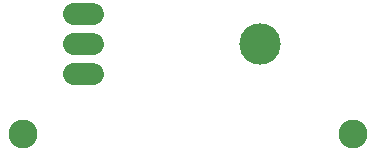
<source format=gbs>
G75*
G70*
%OFA0B0*%
%FSLAX24Y24*%
%IPPOS*%
%LPD*%
%AMOC8*
5,1,8,0,0,1.08239X$1,22.5*
%
%ADD10C,0.0720*%
%ADD11C,0.1380*%
%ADD12C,0.0966*%
D10*
X003942Y003762D02*
X004582Y003762D01*
X004582Y004762D02*
X003942Y004762D01*
X003942Y005762D02*
X004582Y005762D01*
D11*
X010162Y004762D03*
D12*
X002262Y001762D03*
X013262Y001762D03*
M02*

</source>
